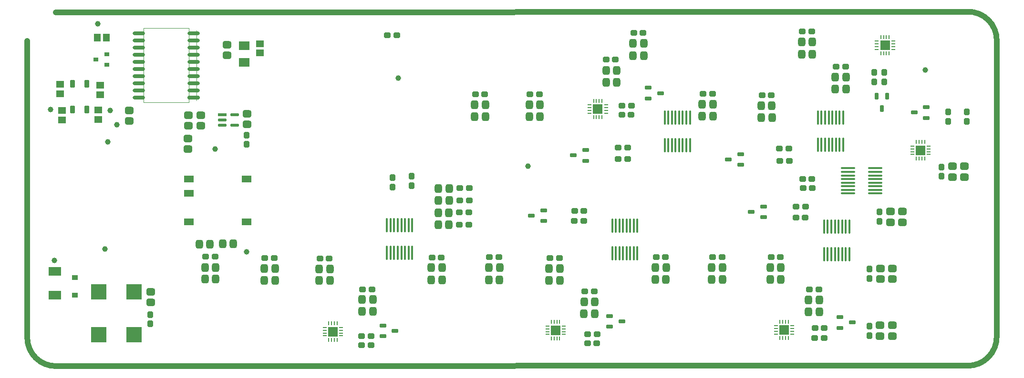
<source format=gtp>
G04*
G04 #@! TF.GenerationSoftware,Altium Limited,Altium Designer,22.8.2 (66)*
G04*
G04 Layer_Color=8421504*
%FSLAX44Y44*%
%MOMM*%
G71*
G04*
G04 #@! TF.SameCoordinates,3B6084FD-5DD7-4A75-9D95-E8563ACB50C0*
G04*
G04*
G04 #@! TF.FilePolarity,Positive*
G04*
G01*
G75*
%ADD18C,1.0000*%
%ADD19C,0.0254*%
%ADD20C,0.0500*%
%ADD21O,0.3500X2.5500*%
%ADD22O,2.5500X0.3500*%
%ADD23R,1.8000X1.2000*%
G04:AMPARAMS|DCode=24|XSize=1.5544mm|YSize=0.5721mm|CornerRadius=0.2861mm|HoleSize=0mm|Usage=FLASHONLY|Rotation=0.000|XOffset=0mm|YOffset=0mm|HoleType=Round|Shape=RoundedRectangle|*
%AMROUNDEDRECTD24*
21,1,1.5544,0.0000,0,0,0.0*
21,1,0.9823,0.5721,0,0,0.0*
1,1,0.5721,0.4911,0.0000*
1,1,0.5721,-0.4911,0.0000*
1,1,0.5721,-0.4911,0.0000*
1,1,0.5721,0.4911,0.0000*
%
%ADD24ROUNDEDRECTD24*%
%ADD25R,1.5544X0.5721*%
G04:AMPARAMS|DCode=26|XSize=1.3mm|YSize=1.5001mm|CornerRadius=0.325mm|HoleSize=0mm|Usage=FLASHONLY|Rotation=180.000|XOffset=0mm|YOffset=0mm|HoleType=Round|Shape=RoundedRectangle|*
%AMROUNDEDRECTD26*
21,1,1.3000,0.8501,0,0,180.0*
21,1,0.6500,1.5001,0,0,180.0*
1,1,0.6500,-0.3250,0.4251*
1,1,0.6500,0.3250,0.4251*
1,1,0.6500,0.3250,-0.4251*
1,1,0.6500,-0.3250,-0.4251*
%
%ADD26ROUNDEDRECTD26*%
G04:AMPARAMS|DCode=27|XSize=1.3mm|YSize=1.5001mm|CornerRadius=0.325mm|HoleSize=0mm|Usage=FLASHONLY|Rotation=90.000|XOffset=0mm|YOffset=0mm|HoleType=Round|Shape=RoundedRectangle|*
%AMROUNDEDRECTD27*
21,1,1.3000,0.8501,0,0,90.0*
21,1,0.6500,1.5001,0,0,90.0*
1,1,0.6500,0.4251,0.3250*
1,1,0.6500,0.4251,-0.3250*
1,1,0.6500,-0.4251,-0.3250*
1,1,0.6500,-0.4251,0.3250*
%
%ADD27ROUNDEDRECTD27*%
G04:AMPARAMS|DCode=28|XSize=1mm|YSize=1.15mm|CornerRadius=0.25mm|HoleSize=0mm|Usage=FLASHONLY|Rotation=0.000|XOffset=0mm|YOffset=0mm|HoleType=Round|Shape=RoundedRectangle|*
%AMROUNDEDRECTD28*
21,1,1.0000,0.6500,0,0,0.0*
21,1,0.5000,1.1500,0,0,0.0*
1,1,0.5000,0.2500,-0.3250*
1,1,0.5000,-0.2500,-0.3250*
1,1,0.5000,-0.2500,0.3250*
1,1,0.5000,0.2500,0.3250*
%
%ADD28ROUNDEDRECTD28*%
G04:AMPARAMS|DCode=29|XSize=1mm|YSize=1.15mm|CornerRadius=0.25mm|HoleSize=0mm|Usage=FLASHONLY|Rotation=270.000|XOffset=0mm|YOffset=0mm|HoleType=Round|Shape=RoundedRectangle|*
%AMROUNDEDRECTD29*
21,1,1.0000,0.6500,0,0,270.0*
21,1,0.5000,1.1500,0,0,270.0*
1,1,0.5000,-0.3250,-0.2500*
1,1,0.5000,-0.3250,0.2500*
1,1,0.5000,0.3250,0.2500*
1,1,0.5000,0.3250,-0.2500*
%
%ADD29ROUNDEDRECTD29*%
%ADD30R,2.7000X2.7000*%
G04:AMPARAMS|DCode=31|XSize=1.15mm|YSize=0.6mm|CornerRadius=0.075mm|HoleSize=0mm|Usage=FLASHONLY|Rotation=0.000|XOffset=0mm|YOffset=0mm|HoleType=Round|Shape=RoundedRectangle|*
%AMROUNDEDRECTD31*
21,1,1.1500,0.4500,0,0,0.0*
21,1,1.0000,0.6000,0,0,0.0*
1,1,0.1500,0.5000,-0.2250*
1,1,0.1500,-0.5000,-0.2250*
1,1,0.1500,-0.5000,0.2250*
1,1,0.1500,0.5000,0.2250*
%
%ADD31ROUNDEDRECTD31*%
G04:AMPARAMS|DCode=32|XSize=1.15mm|YSize=0.6mm|CornerRadius=0.075mm|HoleSize=0mm|Usage=FLASHONLY|Rotation=270.000|XOffset=0mm|YOffset=0mm|HoleType=Round|Shape=RoundedRectangle|*
%AMROUNDEDRECTD32*
21,1,1.1500,0.4500,0,0,270.0*
21,1,1.0000,0.6000,0,0,270.0*
1,1,0.1500,-0.2250,-0.5000*
1,1,0.1500,-0.2250,0.5000*
1,1,0.1500,0.2250,0.5000*
1,1,0.1500,0.2250,-0.5000*
%
%ADD32ROUNDEDRECTD32*%
%ADD33R,0.9000X0.8000*%
%ADD34R,1.1000X0.9500*%
%ADD35R,2.1800X1.6200*%
%ADD36R,1.8582X1.5057*%
%ADD37R,1.4500X1.3000*%
%ADD38R,1.3000X1.4500*%
%ADD39R,1.4500X1.2500*%
%ADD40O,0.8000X0.2500*%
%ADD41O,0.2500X0.8000*%
%ADD42R,1.6800X1.6800*%
%ADD43R,1.6800X1.6800*%
%ADD44C,1.0000*%
%ADD45O,2.1590X0.7112*%
G04:AMPARAMS|DCode=46|XSize=2.159mm|YSize=0.7112mm|CornerRadius=0.1778mm|HoleSize=0mm|Usage=FLASHONLY|Rotation=180.000|XOffset=0mm|YOffset=0mm|HoleType=Round|Shape=RoundedRectangle|*
%AMROUNDEDRECTD46*
21,1,2.1590,0.3556,0,0,180.0*
21,1,1.8034,0.7112,0,0,180.0*
1,1,0.3556,-0.9017,0.1778*
1,1,0.3556,0.9017,0.1778*
1,1,0.3556,0.9017,-0.1778*
1,1,0.3556,-0.9017,-0.1778*
%
%ADD46ROUNDEDRECTD46*%
G04:AMPARAMS|DCode=47|XSize=1.35mm|YSize=0.9mm|CornerRadius=0.225mm|HoleSize=0mm|Usage=FLASHONLY|Rotation=90.000|XOffset=0mm|YOffset=0mm|HoleType=Round|Shape=RoundedRectangle|*
%AMROUNDEDRECTD47*
21,1,1.3500,0.4500,0,0,90.0*
21,1,0.9000,0.9000,0,0,90.0*
1,1,0.4500,0.2250,0.4500*
1,1,0.4500,0.2250,-0.4500*
1,1,0.4500,-0.2250,-0.4500*
1,1,0.4500,-0.2250,0.4500*
%
%ADD47ROUNDEDRECTD47*%
D18*
X-899Y50800D02*
G03*
X50253Y119I50683J0D01*
G01*
X1668595Y738D02*
G03*
X1720070Y52692I0J51477D01*
G01*
X1720140Y579741D02*
G03*
X1668988Y630422I-50683J0D01*
G01*
X50253Y-4D02*
X1668595Y738D01*
X1720070Y52692D02*
X1720088Y579741D01*
X49673Y629466D02*
X1668988Y630420D01*
X-1016Y50800D02*
X-1008Y578314D01*
D19*
X299227Y472948D02*
Y597154D01*
D20*
X205930Y468926D02*
X285825D01*
X205930D02*
Y600964D01*
X285825D01*
Y468926D02*
Y600964D01*
D21*
X1175408Y441960D02*
D03*
X1169008D02*
D03*
X1162608D02*
D03*
X1156208D02*
D03*
X1149808D02*
D03*
X1143408D02*
D03*
X1137008D02*
D03*
X1130608D02*
D03*
X1175408Y392960D02*
D03*
X1169008D02*
D03*
X1162608D02*
D03*
X1156208D02*
D03*
X1149808D02*
D03*
X1143408D02*
D03*
X1137008D02*
D03*
X1130608D02*
D03*
X1447392Y442468D02*
D03*
X1440992D02*
D03*
X1434592D02*
D03*
X1428192D02*
D03*
X1421792D02*
D03*
X1415392D02*
D03*
X1408992D02*
D03*
X1402592D02*
D03*
X1447392Y393468D02*
D03*
X1440992D02*
D03*
X1434592D02*
D03*
X1428192D02*
D03*
X1421792D02*
D03*
X1415392D02*
D03*
X1408992D02*
D03*
X1402592D02*
D03*
X1413668Y198904D02*
D03*
X1420068D02*
D03*
X1426468D02*
D03*
X1432868D02*
D03*
X1439268D02*
D03*
X1445668D02*
D03*
X1452068D02*
D03*
X1458468D02*
D03*
X1413668Y247904D02*
D03*
X1420068D02*
D03*
X1426468D02*
D03*
X1432868D02*
D03*
X1439268D02*
D03*
X1445668D02*
D03*
X1452068D02*
D03*
X1458468D02*
D03*
X1037440Y200936D02*
D03*
X1043840D02*
D03*
X1050240D02*
D03*
X1056640D02*
D03*
X1063040D02*
D03*
X1069440D02*
D03*
X1075840D02*
D03*
X1082240D02*
D03*
X1037440Y249936D02*
D03*
X1043840D02*
D03*
X1050240D02*
D03*
X1056640D02*
D03*
X1063040D02*
D03*
X1069440D02*
D03*
X1075840D02*
D03*
X1082240D02*
D03*
X637644Y201444D02*
D03*
X644044D02*
D03*
X650444D02*
D03*
X656844D02*
D03*
X663244D02*
D03*
X669644D02*
D03*
X676044D02*
D03*
X682444D02*
D03*
X637644Y250444D02*
D03*
X644044D02*
D03*
X650444D02*
D03*
X656844D02*
D03*
X663244D02*
D03*
X669644D02*
D03*
X676044D02*
D03*
X682444D02*
D03*
D22*
X1504696Y307140D02*
D03*
Y313540D02*
D03*
Y319940D02*
D03*
Y326340D02*
D03*
Y332740D02*
D03*
Y339140D02*
D03*
Y345540D02*
D03*
Y351940D02*
D03*
X1455696Y307140D02*
D03*
Y313540D02*
D03*
Y319940D02*
D03*
Y326340D02*
D03*
Y332740D02*
D03*
Y339140D02*
D03*
Y345540D02*
D03*
Y351940D02*
D03*
D23*
X388312Y332740D02*
D03*
Y256540D02*
D03*
X286312D02*
D03*
Y307340D02*
D03*
Y332740D02*
D03*
D24*
X367284Y447244D02*
D03*
Y428244D02*
D03*
X345278D02*
D03*
Y437744D02*
D03*
D25*
Y447244D02*
D03*
D26*
X345948Y217424D02*
D03*
X364947D02*
D03*
X1114076Y175506D02*
D03*
X1133076D02*
D03*
X716427Y174998D02*
D03*
X735426D02*
D03*
X314733Y175768D02*
D03*
X333732D02*
D03*
X1074420Y573778D02*
D03*
X1093419D02*
D03*
X1433372Y513834D02*
D03*
X1452372D02*
D03*
X1373664Y576318D02*
D03*
X1392664D02*
D03*
X1214279Y175506D02*
D03*
X1233278D02*
D03*
X818669D02*
D03*
X837668D02*
D03*
X1026704Y526146D02*
D03*
X1045704D02*
D03*
X419889Y173982D02*
D03*
X438888D02*
D03*
X909284Y465202D02*
D03*
X890284D02*
D03*
X1320768Y463558D02*
D03*
X1301768D02*
D03*
X1317817Y175244D02*
D03*
X1336816D02*
D03*
X925372Y173720D02*
D03*
X944371D02*
D03*
X517413Y172966D02*
D03*
X536412D02*
D03*
X812255Y465202D02*
D03*
X793256D02*
D03*
X1216391Y465590D02*
D03*
X1197392D02*
D03*
X1386006Y117594D02*
D03*
X1405005D02*
D03*
X987857Y114300D02*
D03*
X1006856D02*
D03*
X593444Y118567D02*
D03*
X612443D02*
D03*
X304597Y216916D02*
D03*
X323596D02*
D03*
X747979Y316230D02*
D03*
X728980D02*
D03*
X747979Y294640D02*
D03*
X728980D02*
D03*
X747471Y272796D02*
D03*
X728472D02*
D03*
X747471Y251206D02*
D03*
X728472D02*
D03*
X1114044Y153924D02*
D03*
X1133043D02*
D03*
X716427Y153154D02*
D03*
X735426D02*
D03*
X314733Y154678D02*
D03*
X333732D02*
D03*
X1074420Y552196D02*
D03*
X1093419D02*
D03*
X1433608Y492498D02*
D03*
X1452608D02*
D03*
X1373664Y554474D02*
D03*
X1392664D02*
D03*
X1214279Y154170D02*
D03*
X1233278D02*
D03*
X818420Y153662D02*
D03*
X837420D02*
D03*
X1026704Y504810D02*
D03*
X1045704D02*
D03*
X419889Y152646D02*
D03*
X438888D02*
D03*
X909284Y443866D02*
D03*
X890284D02*
D03*
X1321276Y442222D02*
D03*
X1302276D02*
D03*
X1317817Y153908D02*
D03*
X1336816D02*
D03*
X925372Y152646D02*
D03*
X944371D02*
D03*
X517413Y152138D02*
D03*
X536412D02*
D03*
X812255Y443866D02*
D03*
X793256D02*
D03*
X1216391Y444254D02*
D03*
X1197392D02*
D03*
X1386006Y96258D02*
D03*
X1405005D02*
D03*
X987101Y92964D02*
D03*
X1006100D02*
D03*
X593444Y97477D02*
D03*
X612443D02*
D03*
D27*
X284569Y404960D02*
D03*
Y385960D02*
D03*
X389128Y430276D02*
D03*
Y449275D02*
D03*
X1513086Y53609D02*
D03*
Y72608D02*
D03*
X1513594Y154736D02*
D03*
Y173736D02*
D03*
X1531433Y256031D02*
D03*
Y275030D02*
D03*
X1641102Y336687D02*
D03*
Y355686D02*
D03*
X285234Y446500D02*
D03*
Y427500D02*
D03*
X1534422Y53609D02*
D03*
Y72608D02*
D03*
X1534930Y154736D02*
D03*
Y173736D02*
D03*
X1552769Y256031D02*
D03*
Y275030D02*
D03*
X1662438Y336687D02*
D03*
Y355686D02*
D03*
X353648Y572008D02*
D03*
Y553009D02*
D03*
X180340Y455168D02*
D03*
Y436169D02*
D03*
X218432Y113556D02*
D03*
Y132556D02*
D03*
X307078Y427500D02*
D03*
Y446500D02*
D03*
D28*
X1494028Y54742D02*
D03*
Y71242D02*
D03*
X1494536Y156342D02*
D03*
Y172842D02*
D03*
X1512367Y257637D02*
D03*
Y274137D02*
D03*
X1622044Y337820D02*
D03*
Y354320D02*
D03*
X1520444Y522468D02*
D03*
Y505968D02*
D03*
X1634236Y435620D02*
D03*
Y452120D02*
D03*
X1502664Y505968D02*
D03*
Y522468D02*
D03*
X1667256Y452120D02*
D03*
Y435620D02*
D03*
X647192Y318902D02*
D03*
Y335402D02*
D03*
X681736Y321442D02*
D03*
Y337942D02*
D03*
X388366Y410962D02*
D03*
Y394462D02*
D03*
X217424Y75316D02*
D03*
Y91816D02*
D03*
D29*
X1115324Y194056D02*
D03*
X1131824D02*
D03*
X717560Y193548D02*
D03*
X734060D02*
D03*
X315854Y194564D02*
D03*
X332354D02*
D03*
X1075554Y592836D02*
D03*
X1092054D02*
D03*
X1434978Y532892D02*
D03*
X1451478D02*
D03*
X1375034Y595376D02*
D03*
X1391534D02*
D03*
X1215644Y194056D02*
D03*
X1232144D02*
D03*
X819790D02*
D03*
X836290D02*
D03*
X1026546Y545084D02*
D03*
X1043046D02*
D03*
X421010Y192532D02*
D03*
X437510D02*
D03*
X908150Y483736D02*
D03*
X891650D02*
D03*
X1319906Y481584D02*
D03*
X1303406D02*
D03*
X1319545Y193794D02*
D03*
X1336044D02*
D03*
X926978Y192532D02*
D03*
X943478D02*
D03*
X518546Y191516D02*
D03*
X535046D02*
D03*
X811122Y483736D02*
D03*
X794622D02*
D03*
X1215258Y484124D02*
D03*
X1198758D02*
D03*
X1387612Y136652D02*
D03*
X1404112D02*
D03*
X989100Y132850D02*
D03*
X1005600D02*
D03*
X594577Y136855D02*
D03*
X611077D02*
D03*
X1054774Y462908D02*
D03*
X1071274D02*
D03*
X1397386Y67564D02*
D03*
X1413886D02*
D03*
X993924Y56896D02*
D03*
X1010424D02*
D03*
X592592Y53340D02*
D03*
X609092D02*
D03*
X1071262Y447160D02*
D03*
X1054762D02*
D03*
X1413378Y50292D02*
D03*
X1396878D02*
D03*
X1010014Y41148D02*
D03*
X993514D02*
D03*
X609092Y37084D02*
D03*
X592592D02*
D03*
X1064644Y368336D02*
D03*
X1048144D02*
D03*
X1351572Y365052D02*
D03*
X1335072D02*
D03*
X1379972Y264668D02*
D03*
X1363472D02*
D03*
X986658Y258064D02*
D03*
X970158D02*
D03*
X783458Y316484D02*
D03*
X766958D02*
D03*
X1392853Y316975D02*
D03*
X1376353D02*
D03*
X783458Y295148D02*
D03*
X766958D02*
D03*
X782950Y273812D02*
D03*
X766450D02*
D03*
X1064644Y389092D02*
D03*
X1048144D02*
D03*
X1350942Y387404D02*
D03*
X1334442D02*
D03*
X1392081Y332724D02*
D03*
X1375581D02*
D03*
X1380480Y283972D02*
D03*
X1363980D02*
D03*
X987166Y276352D02*
D03*
X970666D02*
D03*
X782950Y251968D02*
D03*
X766450D02*
D03*
X638434Y588264D02*
D03*
X654934D02*
D03*
D30*
X188214Y132334D02*
D03*
X126014D02*
D03*
X188214Y56134D02*
D03*
X126014D02*
D03*
D31*
X1101670Y476148D02*
D03*
X1123370Y485648D02*
D03*
X1101670Y495148D02*
D03*
X1595302Y460604D02*
D03*
X1573602Y451104D02*
D03*
X1595302Y441604D02*
D03*
X1442030Y68224D02*
D03*
X1463730Y77724D02*
D03*
X1442030Y87224D02*
D03*
X1033090Y70256D02*
D03*
X1054790Y79756D02*
D03*
X1033090Y89256D02*
D03*
X630246Y53492D02*
D03*
X651946Y62992D02*
D03*
X630246Y72492D02*
D03*
X990274Y384404D02*
D03*
X968574Y374904D02*
D03*
X990274Y365404D02*
D03*
X1265610Y377292D02*
D03*
X1243910Y367792D02*
D03*
X1265610Y358292D02*
D03*
X1306250Y283820D02*
D03*
X1284550Y274320D02*
D03*
X1306250Y264820D02*
D03*
X915598Y277216D02*
D03*
X893898Y267716D02*
D03*
X915598Y258216D02*
D03*
D32*
X1506880Y480242D02*
D03*
X1516380Y458542D02*
D03*
X1525880Y480242D02*
D03*
D33*
X140556Y536092D02*
D03*
Y555092D02*
D03*
X120556Y545592D02*
D03*
D34*
X83820Y157990D02*
D03*
Y126490D02*
D03*
D35*
X48260Y126220D02*
D03*
Y168420D02*
D03*
D36*
X384128Y540482D02*
D03*
Y570006D02*
D03*
D37*
X412068Y573404D02*
D03*
Y557404D02*
D03*
D38*
X123572Y584708D02*
D03*
X139572D02*
D03*
D39*
X128524Y482736D02*
D03*
Y499736D02*
D03*
X57404Y484260D02*
D03*
Y501260D02*
D03*
X60452Y438032D02*
D03*
Y455032D02*
D03*
X124968Y439048D02*
D03*
Y456048D02*
D03*
D40*
X997436Y449700D02*
D03*
Y454700D02*
D03*
Y459700D02*
D03*
Y464700D02*
D03*
X1026436D02*
D03*
Y459700D02*
D03*
Y454700D02*
D03*
Y449700D02*
D03*
X1507192Y563452D02*
D03*
Y568452D02*
D03*
Y573452D02*
D03*
Y578452D02*
D03*
X1536192D02*
D03*
Y573452D02*
D03*
Y568452D02*
D03*
Y563452D02*
D03*
X1570460Y376548D02*
D03*
Y381548D02*
D03*
Y386548D02*
D03*
Y391548D02*
D03*
X1599460D02*
D03*
Y386548D02*
D03*
Y381548D02*
D03*
Y376548D02*
D03*
X1328144Y57016D02*
D03*
Y62016D02*
D03*
Y67016D02*
D03*
Y72016D02*
D03*
X1357144D02*
D03*
Y67016D02*
D03*
Y62016D02*
D03*
Y57016D02*
D03*
X922252Y56508D02*
D03*
Y61508D02*
D03*
Y66508D02*
D03*
Y71508D02*
D03*
X951252D02*
D03*
Y66508D02*
D03*
Y61508D02*
D03*
Y56508D02*
D03*
X527028Y53968D02*
D03*
Y58968D02*
D03*
Y63968D02*
D03*
Y68968D02*
D03*
X556028D02*
D03*
Y63968D02*
D03*
Y58968D02*
D03*
Y53968D02*
D03*
D41*
X1004436Y471700D02*
D03*
X1009436D02*
D03*
X1014436D02*
D03*
X1019436D02*
D03*
Y442700D02*
D03*
X1014436D02*
D03*
X1009436D02*
D03*
X1004436D02*
D03*
X1514192Y585452D02*
D03*
X1519192D02*
D03*
X1524192D02*
D03*
X1529192D02*
D03*
Y556452D02*
D03*
X1524192D02*
D03*
X1519192D02*
D03*
X1514192D02*
D03*
X1592460Y369548D02*
D03*
X1587460D02*
D03*
X1582460D02*
D03*
X1577460D02*
D03*
Y398548D02*
D03*
X1582460D02*
D03*
X1587460D02*
D03*
X1592460D02*
D03*
X1335144Y79016D02*
D03*
X1340144D02*
D03*
X1345144D02*
D03*
X1350144D02*
D03*
Y50016D02*
D03*
X1345144D02*
D03*
X1340144D02*
D03*
X1335144D02*
D03*
X929252Y78508D02*
D03*
X934252D02*
D03*
X939252D02*
D03*
X944252D02*
D03*
Y49508D02*
D03*
X939252D02*
D03*
X934252D02*
D03*
X929252D02*
D03*
X534028Y75968D02*
D03*
X539028D02*
D03*
X544028D02*
D03*
X549028D02*
D03*
Y46968D02*
D03*
X544028D02*
D03*
X539028D02*
D03*
X534028D02*
D03*
D42*
X1011936Y457200D02*
D03*
X1521692Y570952D02*
D03*
X1342644Y64516D02*
D03*
X936752Y64008D02*
D03*
X541528Y61468D02*
D03*
D43*
X1584960Y384048D02*
D03*
D44*
X388745Y203583D02*
D03*
X1593088Y526796D02*
D03*
X124460Y609092D02*
D03*
X141732Y398780D02*
D03*
X136652Y208788D02*
D03*
X47244Y187960D02*
D03*
X887984Y356108D02*
D03*
X146304Y455168D02*
D03*
X40640Y456692D02*
D03*
X657860Y512064D02*
D03*
X157988Y429514D02*
D03*
X332740Y386080D02*
D03*
D45*
X197099Y592074D02*
D03*
X294645D02*
D03*
X197109Y579374D02*
D03*
Y566674D02*
D03*
Y553974D02*
D03*
Y541274D02*
D03*
Y528574D02*
D03*
Y515874D02*
D03*
Y503174D02*
D03*
Y490474D02*
D03*
Y477774D02*
D03*
X294645Y579374D02*
D03*
Y566674D02*
D03*
Y553974D02*
D03*
Y541274D02*
D03*
Y528574D02*
D03*
Y515874D02*
D03*
Y503174D02*
D03*
Y490474D02*
D03*
D46*
Y477774D02*
D03*
D47*
X79648Y456404D02*
D03*
X104648D02*
D03*
Y501904D02*
D03*
X79648D02*
D03*
M02*

</source>
